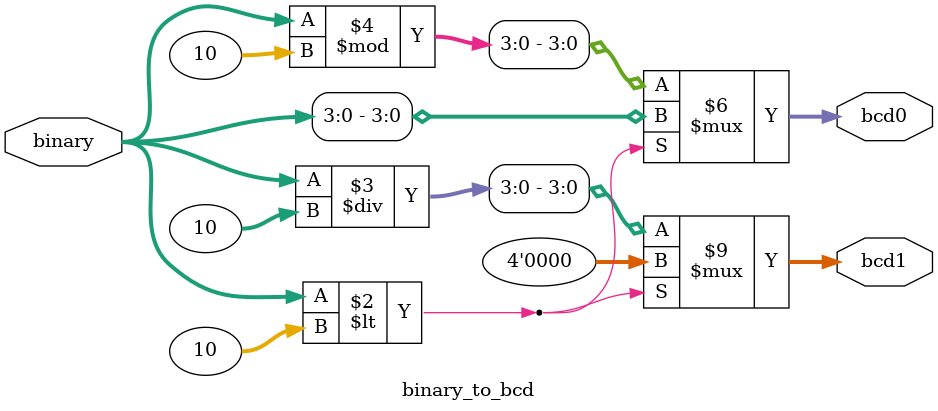
<source format=sv>
module binary_to_bcd (
    input wire [5:0] binary,
    output reg [3:0] bcd0,  // Unidades
    output reg [3:0] bcd1   // Decenas
);
    always @(*) begin
        if (binary < 10) begin
            bcd1 = 4'd0;
            bcd0 = binary[3:0];
        end else begin
            bcd1 = binary / 10;
            bcd0 = binary % 10;
        end
    end
endmodule 
</source>
